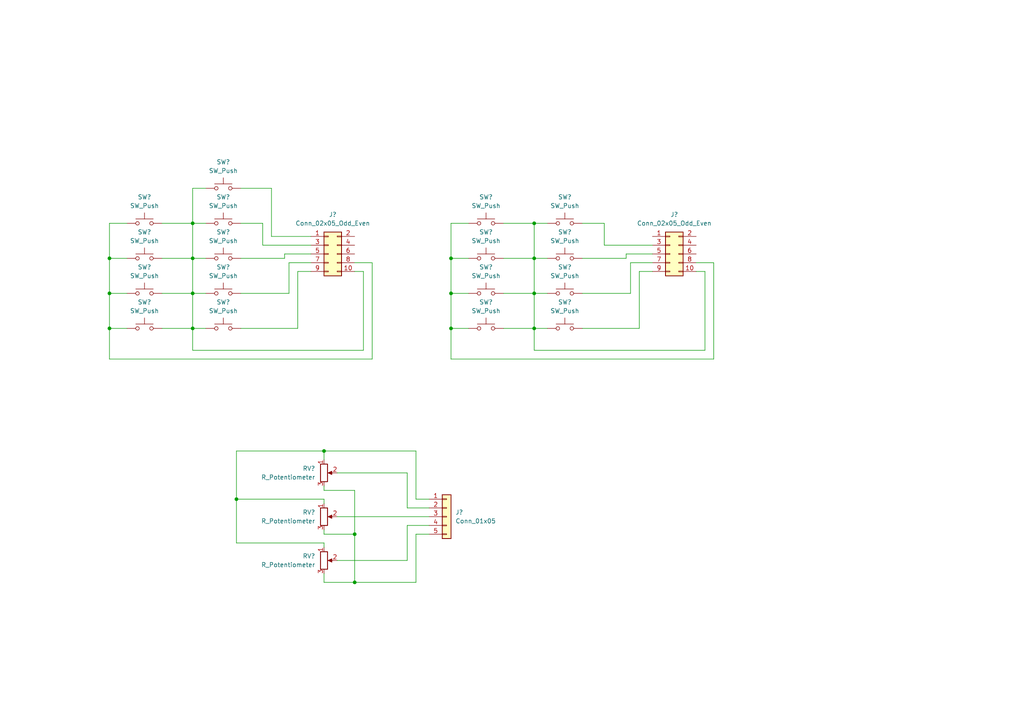
<source format=kicad_sch>
(kicad_sch (version 20211123) (generator eeschema)

  (uuid 7e06670c-19ee-4852-9043-1ef5ff1ec368)

  (paper "A4")

  (lib_symbols
    (symbol "Connector_Generic:Conn_01x05" (pin_names (offset 1.016) hide) (in_bom yes) (on_board yes)
      (property "Reference" "J" (id 0) (at 0 7.62 0)
        (effects (font (size 1.27 1.27)))
      )
      (property "Value" "Conn_01x05" (id 1) (at 0 -7.62 0)
        (effects (font (size 1.27 1.27)))
      )
      (property "Footprint" "" (id 2) (at 0 0 0)
        (effects (font (size 1.27 1.27)) hide)
      )
      (property "Datasheet" "~" (id 3) (at 0 0 0)
        (effects (font (size 1.27 1.27)) hide)
      )
      (property "ki_keywords" "connector" (id 4) (at 0 0 0)
        (effects (font (size 1.27 1.27)) hide)
      )
      (property "ki_description" "Generic connector, single row, 01x05, script generated (kicad-library-utils/schlib/autogen/connector/)" (id 5) (at 0 0 0)
        (effects (font (size 1.27 1.27)) hide)
      )
      (property "ki_fp_filters" "Connector*:*_1x??_*" (id 6) (at 0 0 0)
        (effects (font (size 1.27 1.27)) hide)
      )
      (symbol "Conn_01x05_1_1"
        (rectangle (start -1.27 -4.953) (end 0 -5.207)
          (stroke (width 0.1524) (type default) (color 0 0 0 0))
          (fill (type none))
        )
        (rectangle (start -1.27 -2.413) (end 0 -2.667)
          (stroke (width 0.1524) (type default) (color 0 0 0 0))
          (fill (type none))
        )
        (rectangle (start -1.27 0.127) (end 0 -0.127)
          (stroke (width 0.1524) (type default) (color 0 0 0 0))
          (fill (type none))
        )
        (rectangle (start -1.27 2.667) (end 0 2.413)
          (stroke (width 0.1524) (type default) (color 0 0 0 0))
          (fill (type none))
        )
        (rectangle (start -1.27 5.207) (end 0 4.953)
          (stroke (width 0.1524) (type default) (color 0 0 0 0))
          (fill (type none))
        )
        (rectangle (start -1.27 6.35) (end 1.27 -6.35)
          (stroke (width 0.254) (type default) (color 0 0 0 0))
          (fill (type background))
        )
        (pin passive line (at -5.08 5.08 0) (length 3.81)
          (name "Pin_1" (effects (font (size 1.27 1.27))))
          (number "1" (effects (font (size 1.27 1.27))))
        )
        (pin passive line (at -5.08 2.54 0) (length 3.81)
          (name "Pin_2" (effects (font (size 1.27 1.27))))
          (number "2" (effects (font (size 1.27 1.27))))
        )
        (pin passive line (at -5.08 0 0) (length 3.81)
          (name "Pin_3" (effects (font (size 1.27 1.27))))
          (number "3" (effects (font (size 1.27 1.27))))
        )
        (pin passive line (at -5.08 -2.54 0) (length 3.81)
          (name "Pin_4" (effects (font (size 1.27 1.27))))
          (number "4" (effects (font (size 1.27 1.27))))
        )
        (pin passive line (at -5.08 -5.08 0) (length 3.81)
          (name "Pin_5" (effects (font (size 1.27 1.27))))
          (number "5" (effects (font (size 1.27 1.27))))
        )
      )
    )
    (symbol "Connector_Generic:Conn_02x05_Odd_Even" (pin_names (offset 1.016) hide) (in_bom yes) (on_board yes)
      (property "Reference" "J" (id 0) (at 1.27 7.62 0)
        (effects (font (size 1.27 1.27)))
      )
      (property "Value" "Conn_02x05_Odd_Even" (id 1) (at 1.27 -7.62 0)
        (effects (font (size 1.27 1.27)))
      )
      (property "Footprint" "" (id 2) (at 0 0 0)
        (effects (font (size 1.27 1.27)) hide)
      )
      (property "Datasheet" "~" (id 3) (at 0 0 0)
        (effects (font (size 1.27 1.27)) hide)
      )
      (property "ki_keywords" "connector" (id 4) (at 0 0 0)
        (effects (font (size 1.27 1.27)) hide)
      )
      (property "ki_description" "Generic connector, double row, 02x05, odd/even pin numbering scheme (row 1 odd numbers, row 2 even numbers), script generated (kicad-library-utils/schlib/autogen/connector/)" (id 5) (at 0 0 0)
        (effects (font (size 1.27 1.27)) hide)
      )
      (property "ki_fp_filters" "Connector*:*_2x??_*" (id 6) (at 0 0 0)
        (effects (font (size 1.27 1.27)) hide)
      )
      (symbol "Conn_02x05_Odd_Even_1_1"
        (rectangle (start -1.27 -4.953) (end 0 -5.207)
          (stroke (width 0.1524) (type default) (color 0 0 0 0))
          (fill (type none))
        )
        (rectangle (start -1.27 -2.413) (end 0 -2.667)
          (stroke (width 0.1524) (type default) (color 0 0 0 0))
          (fill (type none))
        )
        (rectangle (start -1.27 0.127) (end 0 -0.127)
          (stroke (width 0.1524) (type default) (color 0 0 0 0))
          (fill (type none))
        )
        (rectangle (start -1.27 2.667) (end 0 2.413)
          (stroke (width 0.1524) (type default) (color 0 0 0 0))
          (fill (type none))
        )
        (rectangle (start -1.27 5.207) (end 0 4.953)
          (stroke (width 0.1524) (type default) (color 0 0 0 0))
          (fill (type none))
        )
        (rectangle (start -1.27 6.35) (end 3.81 -6.35)
          (stroke (width 0.254) (type default) (color 0 0 0 0))
          (fill (type background))
        )
        (rectangle (start 3.81 -4.953) (end 2.54 -5.207)
          (stroke (width 0.1524) (type default) (color 0 0 0 0))
          (fill (type none))
        )
        (rectangle (start 3.81 -2.413) (end 2.54 -2.667)
          (stroke (width 0.1524) (type default) (color 0 0 0 0))
          (fill (type none))
        )
        (rectangle (start 3.81 0.127) (end 2.54 -0.127)
          (stroke (width 0.1524) (type default) (color 0 0 0 0))
          (fill (type none))
        )
        (rectangle (start 3.81 2.667) (end 2.54 2.413)
          (stroke (width 0.1524) (type default) (color 0 0 0 0))
          (fill (type none))
        )
        (rectangle (start 3.81 5.207) (end 2.54 4.953)
          (stroke (width 0.1524) (type default) (color 0 0 0 0))
          (fill (type none))
        )
        (pin passive line (at -5.08 5.08 0) (length 3.81)
          (name "Pin_1" (effects (font (size 1.27 1.27))))
          (number "1" (effects (font (size 1.27 1.27))))
        )
        (pin passive line (at 7.62 -5.08 180) (length 3.81)
          (name "Pin_10" (effects (font (size 1.27 1.27))))
          (number "10" (effects (font (size 1.27 1.27))))
        )
        (pin passive line (at 7.62 5.08 180) (length 3.81)
          (name "Pin_2" (effects (font (size 1.27 1.27))))
          (number "2" (effects (font (size 1.27 1.27))))
        )
        (pin passive line (at -5.08 2.54 0) (length 3.81)
          (name "Pin_3" (effects (font (size 1.27 1.27))))
          (number "3" (effects (font (size 1.27 1.27))))
        )
        (pin passive line (at 7.62 2.54 180) (length 3.81)
          (name "Pin_4" (effects (font (size 1.27 1.27))))
          (number "4" (effects (font (size 1.27 1.27))))
        )
        (pin passive line (at -5.08 0 0) (length 3.81)
          (name "Pin_5" (effects (font (size 1.27 1.27))))
          (number "5" (effects (font (size 1.27 1.27))))
        )
        (pin passive line (at 7.62 0 180) (length 3.81)
          (name "Pin_6" (effects (font (size 1.27 1.27))))
          (number "6" (effects (font (size 1.27 1.27))))
        )
        (pin passive line (at -5.08 -2.54 0) (length 3.81)
          (name "Pin_7" (effects (font (size 1.27 1.27))))
          (number "7" (effects (font (size 1.27 1.27))))
        )
        (pin passive line (at 7.62 -2.54 180) (length 3.81)
          (name "Pin_8" (effects (font (size 1.27 1.27))))
          (number "8" (effects (font (size 1.27 1.27))))
        )
        (pin passive line (at -5.08 -5.08 0) (length 3.81)
          (name "Pin_9" (effects (font (size 1.27 1.27))))
          (number "9" (effects (font (size 1.27 1.27))))
        )
      )
    )
    (symbol "Device:R_Potentiometer" (pin_names (offset 1.016) hide) (in_bom yes) (on_board yes)
      (property "Reference" "RV" (id 0) (at -4.445 0 90)
        (effects (font (size 1.27 1.27)))
      )
      (property "Value" "R_Potentiometer" (id 1) (at -2.54 0 90)
        (effects (font (size 1.27 1.27)))
      )
      (property "Footprint" "" (id 2) (at 0 0 0)
        (effects (font (size 1.27 1.27)) hide)
      )
      (property "Datasheet" "~" (id 3) (at 0 0 0)
        (effects (font (size 1.27 1.27)) hide)
      )
      (property "ki_keywords" "resistor variable" (id 4) (at 0 0 0)
        (effects (font (size 1.27 1.27)) hide)
      )
      (property "ki_description" "Potentiometer" (id 5) (at 0 0 0)
        (effects (font (size 1.27 1.27)) hide)
      )
      (property "ki_fp_filters" "Potentiometer*" (id 6) (at 0 0 0)
        (effects (font (size 1.27 1.27)) hide)
      )
      (symbol "R_Potentiometer_0_1"
        (polyline
          (pts
            (xy 2.54 0)
            (xy 1.524 0)
          )
          (stroke (width 0) (type default) (color 0 0 0 0))
          (fill (type none))
        )
        (polyline
          (pts
            (xy 1.143 0)
            (xy 2.286 0.508)
            (xy 2.286 -0.508)
            (xy 1.143 0)
          )
          (stroke (width 0) (type default) (color 0 0 0 0))
          (fill (type outline))
        )
        (rectangle (start 1.016 2.54) (end -1.016 -2.54)
          (stroke (width 0.254) (type default) (color 0 0 0 0))
          (fill (type none))
        )
      )
      (symbol "R_Potentiometer_1_1"
        (pin passive line (at 0 3.81 270) (length 1.27)
          (name "1" (effects (font (size 1.27 1.27))))
          (number "1" (effects (font (size 1.27 1.27))))
        )
        (pin passive line (at 3.81 0 180) (length 1.27)
          (name "2" (effects (font (size 1.27 1.27))))
          (number "2" (effects (font (size 1.27 1.27))))
        )
        (pin passive line (at 0 -3.81 90) (length 1.27)
          (name "3" (effects (font (size 1.27 1.27))))
          (number "3" (effects (font (size 1.27 1.27))))
        )
      )
    )
    (symbol "Switch:SW_Push" (pin_numbers hide) (pin_names (offset 1.016) hide) (in_bom yes) (on_board yes)
      (property "Reference" "SW" (id 0) (at 1.27 2.54 0)
        (effects (font (size 1.27 1.27)) (justify left))
      )
      (property "Value" "SW_Push" (id 1) (at 0 -1.524 0)
        (effects (font (size 1.27 1.27)))
      )
      (property "Footprint" "" (id 2) (at 0 5.08 0)
        (effects (font (size 1.27 1.27)) hide)
      )
      (property "Datasheet" "~" (id 3) (at 0 5.08 0)
        (effects (font (size 1.27 1.27)) hide)
      )
      (property "ki_keywords" "switch normally-open pushbutton push-button" (id 4) (at 0 0 0)
        (effects (font (size 1.27 1.27)) hide)
      )
      (property "ki_description" "Push button switch, generic, two pins" (id 5) (at 0 0 0)
        (effects (font (size 1.27 1.27)) hide)
      )
      (symbol "SW_Push_0_1"
        (circle (center -2.032 0) (radius 0.508)
          (stroke (width 0) (type default) (color 0 0 0 0))
          (fill (type none))
        )
        (polyline
          (pts
            (xy 0 1.27)
            (xy 0 3.048)
          )
          (stroke (width 0) (type default) (color 0 0 0 0))
          (fill (type none))
        )
        (polyline
          (pts
            (xy 2.54 1.27)
            (xy -2.54 1.27)
          )
          (stroke (width 0) (type default) (color 0 0 0 0))
          (fill (type none))
        )
        (circle (center 2.032 0) (radius 0.508)
          (stroke (width 0) (type default) (color 0 0 0 0))
          (fill (type none))
        )
        (pin passive line (at -5.08 0 0) (length 2.54)
          (name "1" (effects (font (size 1.27 1.27))))
          (number "1" (effects (font (size 1.27 1.27))))
        )
        (pin passive line (at 5.08 0 180) (length 2.54)
          (name "2" (effects (font (size 1.27 1.27))))
          (number "2" (effects (font (size 1.27 1.27))))
        )
      )
    )
  )

  (junction (at 55.88 95.25) (diameter 0) (color 0 0 0 0)
    (uuid 043c099e-9256-43cf-8032-d3ddef20876d)
  )
  (junction (at 154.94 85.09) (diameter 0) (color 0 0 0 0)
    (uuid 10ecce42-690f-40a0-90c2-b01acc1ea857)
  )
  (junction (at 68.58 144.78) (diameter 0) (color 0 0 0 0)
    (uuid 1cc31800-9a3c-4225-b43e-536f3c3b84e6)
  )
  (junction (at 154.94 74.93) (diameter 0) (color 0 0 0 0)
    (uuid 2786d68c-da33-4fa9-adf3-56ddd844809c)
  )
  (junction (at 130.81 85.09) (diameter 0) (color 0 0 0 0)
    (uuid 38b4d6bf-b882-410f-a862-fbd37d28de67)
  )
  (junction (at 31.75 95.25) (diameter 0) (color 0 0 0 0)
    (uuid 3bd3366a-f69d-433e-8a2f-f0012163f8a1)
  )
  (junction (at 154.94 64.77) (diameter 0) (color 0 0 0 0)
    (uuid 3ee0ddf0-a31f-4f52-81af-0765faf488e7)
  )
  (junction (at 55.88 85.09) (diameter 0) (color 0 0 0 0)
    (uuid 5e86d91c-5ede-4908-aedd-4939273f8156)
  )
  (junction (at 55.88 64.77) (diameter 0) (color 0 0 0 0)
    (uuid 6ba49913-5779-4c83-a086-82941159b9c0)
  )
  (junction (at 102.87 154.94) (diameter 0) (color 0 0 0 0)
    (uuid 72c49e64-fcd9-4915-b1d9-c0fb0dec6383)
  )
  (junction (at 31.75 85.09) (diameter 0) (color 0 0 0 0)
    (uuid 8140e726-9000-4af6-9003-54a3195d012f)
  )
  (junction (at 130.81 74.93) (diameter 0) (color 0 0 0 0)
    (uuid 991e99b2-e47b-43af-8319-175ea9c00ab7)
  )
  (junction (at 154.94 95.25) (diameter 0) (color 0 0 0 0)
    (uuid a0d46802-f584-40e1-a589-ba36e9fcba59)
  )
  (junction (at 102.87 168.91) (diameter 0) (color 0 0 0 0)
    (uuid ae20879f-4fa0-4ca3-8ffa-7d7084d789ae)
  )
  (junction (at 55.88 74.93) (diameter 0) (color 0 0 0 0)
    (uuid c349c412-ba44-4fe6-842c-d22b27d66a0e)
  )
  (junction (at 93.98 130.81) (diameter 0) (color 0 0 0 0)
    (uuid d34e5a6b-114a-4c7c-87c5-829d62ca483b)
  )
  (junction (at 31.75 74.93) (diameter 0) (color 0 0 0 0)
    (uuid eaf750a6-8e99-43d0-8069-fb390e5b0b13)
  )
  (junction (at 130.81 95.25) (diameter 0) (color 0 0 0 0)
    (uuid f6fa4077-b23c-48dc-99dc-26c548942df3)
  )

  (wire (pts (xy 182.88 85.09) (xy 168.91 85.09))
    (stroke (width 0) (type default) (color 0 0 0 0))
    (uuid 00440e48-42a7-44f4-aff0-ba3acd37418f)
  )
  (wire (pts (xy 83.82 76.2) (xy 83.82 85.09))
    (stroke (width 0) (type default) (color 0 0 0 0))
    (uuid 014e27b4-da05-4eaf-a0c0-eafe675ae3a0)
  )
  (wire (pts (xy 97.79 137.16) (xy 118.11 137.16))
    (stroke (width 0) (type default) (color 0 0 0 0))
    (uuid 0523314d-81ec-43dc-a3a3-9d0ac9fbbdcb)
  )
  (wire (pts (xy 107.95 76.2) (xy 102.87 76.2))
    (stroke (width 0) (type default) (color 0 0 0 0))
    (uuid 061c3e7a-9fae-48fd-b4cb-a414cc5d6985)
  )
  (wire (pts (xy 135.89 64.77) (xy 130.81 64.77))
    (stroke (width 0) (type default) (color 0 0 0 0))
    (uuid 0f7fd607-7efe-4dec-8e81-aa77ec950117)
  )
  (wire (pts (xy 201.93 78.74) (xy 204.47 78.74))
    (stroke (width 0) (type default) (color 0 0 0 0))
    (uuid 0f9bc0cc-f08d-4166-895d-9ebab3d78b76)
  )
  (wire (pts (xy 31.75 74.93) (xy 36.83 74.93))
    (stroke (width 0) (type default) (color 0 0 0 0))
    (uuid 148d1a46-d6e0-4f5e-b995-44c29980dd4f)
  )
  (wire (pts (xy 154.94 85.09) (xy 154.94 74.93))
    (stroke (width 0) (type default) (color 0 0 0 0))
    (uuid 14fd3b82-190b-455e-93f2-5566c66efa65)
  )
  (wire (pts (xy 90.17 76.2) (xy 83.82 76.2))
    (stroke (width 0) (type default) (color 0 0 0 0))
    (uuid 16b99349-4bff-41cf-8a82-89b3ff4d1f3f)
  )
  (wire (pts (xy 55.88 101.6) (xy 55.88 95.25))
    (stroke (width 0) (type default) (color 0 0 0 0))
    (uuid 1d5d85ff-021e-4854-8b65-df7c1afc1d01)
  )
  (wire (pts (xy 154.94 74.93) (xy 154.94 64.77))
    (stroke (width 0) (type default) (color 0 0 0 0))
    (uuid 1dec78b3-6b9f-4018-9208-357678f4492c)
  )
  (wire (pts (xy 46.99 85.09) (xy 55.88 85.09))
    (stroke (width 0) (type default) (color 0 0 0 0))
    (uuid 1f9442f6-ecd8-4158-b753-a0bb42f4dc76)
  )
  (wire (pts (xy 185.42 95.25) (xy 185.42 78.74))
    (stroke (width 0) (type default) (color 0 0 0 0))
    (uuid 1ffd3be9-613e-4660-a80a-701a2ebf4941)
  )
  (wire (pts (xy 86.36 78.74) (xy 90.17 78.74))
    (stroke (width 0) (type default) (color 0 0 0 0))
    (uuid 2059cd8e-29ef-4459-9906-cdce1c424e97)
  )
  (wire (pts (xy 154.94 74.93) (xy 158.75 74.93))
    (stroke (width 0) (type default) (color 0 0 0 0))
    (uuid 206ae58f-2f43-4b3e-80d8-afcea3ba75cb)
  )
  (wire (pts (xy 118.11 152.4) (xy 118.11 162.56))
    (stroke (width 0) (type default) (color 0 0 0 0))
    (uuid 232e0ebf-a5ed-490a-9baa-87ebc3cc1185)
  )
  (wire (pts (xy 93.98 154.94) (xy 93.98 153.67))
    (stroke (width 0) (type default) (color 0 0 0 0))
    (uuid 23b2c759-c3d9-4265-a911-9c5c4dd4a0cf)
  )
  (wire (pts (xy 31.75 74.93) (xy 31.75 85.09))
    (stroke (width 0) (type default) (color 0 0 0 0))
    (uuid 2fb07b96-9dc0-45c2-bc4f-3cf7693f1f6e)
  )
  (wire (pts (xy 130.81 104.14) (xy 207.01 104.14))
    (stroke (width 0) (type default) (color 0 0 0 0))
    (uuid 30276415-633a-46a6-b419-b36d375d0da5)
  )
  (wire (pts (xy 76.2 71.12) (xy 76.2 64.77))
    (stroke (width 0) (type default) (color 0 0 0 0))
    (uuid 35cf7fa4-7eff-4f3c-8d92-5a2d5ff9bede)
  )
  (wire (pts (xy 46.99 64.77) (xy 55.88 64.77))
    (stroke (width 0) (type default) (color 0 0 0 0))
    (uuid 3723edda-beda-4393-abb3-56d425336383)
  )
  (wire (pts (xy 181.61 73.66) (xy 189.23 73.66))
    (stroke (width 0) (type default) (color 0 0 0 0))
    (uuid 375caf15-8c3b-456f-a86b-13b18b1c25c4)
  )
  (wire (pts (xy 102.87 78.74) (xy 105.41 78.74))
    (stroke (width 0) (type default) (color 0 0 0 0))
    (uuid 38cab7ab-e73d-47b1-b2a0-eefd8b47450f)
  )
  (wire (pts (xy 83.82 85.09) (xy 69.85 85.09))
    (stroke (width 0) (type default) (color 0 0 0 0))
    (uuid 38dd9598-30dd-4a6b-b97e-b8c55fe1c4fa)
  )
  (wire (pts (xy 55.88 54.61) (xy 59.69 54.61))
    (stroke (width 0) (type default) (color 0 0 0 0))
    (uuid 3b8d1158-b5b3-46a5-b57f-6a9341a32349)
  )
  (wire (pts (xy 69.85 95.25) (xy 86.36 95.25))
    (stroke (width 0) (type default) (color 0 0 0 0))
    (uuid 3fc37279-0d1e-4217-bdfc-17d0ac7d8d32)
  )
  (wire (pts (xy 154.94 85.09) (xy 158.75 85.09))
    (stroke (width 0) (type default) (color 0 0 0 0))
    (uuid 4649d50c-a581-43cd-9034-739e42fa24e4)
  )
  (wire (pts (xy 175.26 71.12) (xy 175.26 64.77))
    (stroke (width 0) (type default) (color 0 0 0 0))
    (uuid 470648ee-bc32-4e47-a316-eef852132eb6)
  )
  (wire (pts (xy 68.58 144.78) (xy 68.58 157.48))
    (stroke (width 0) (type default) (color 0 0 0 0))
    (uuid 479b520c-4025-4453-bf33-e3e113ee8c2a)
  )
  (wire (pts (xy 105.41 101.6) (xy 55.88 101.6))
    (stroke (width 0) (type default) (color 0 0 0 0))
    (uuid 488516f4-234b-4a3e-81a4-df5adcd381c5)
  )
  (wire (pts (xy 105.41 78.74) (xy 105.41 101.6))
    (stroke (width 0) (type default) (color 0 0 0 0))
    (uuid 4cb71e1d-e289-442b-8018-b796623769c2)
  )
  (wire (pts (xy 120.65 154.94) (xy 120.65 168.91))
    (stroke (width 0) (type default) (color 0 0 0 0))
    (uuid 4dc6fb2e-1c2b-49b5-82d3-e0834390b5a0)
  )
  (wire (pts (xy 120.65 168.91) (xy 102.87 168.91))
    (stroke (width 0) (type default) (color 0 0 0 0))
    (uuid 4df03969-d0ea-4c89-82e3-df4ecf16beaf)
  )
  (wire (pts (xy 78.74 54.61) (xy 78.74 68.58))
    (stroke (width 0) (type default) (color 0 0 0 0))
    (uuid 4e2f2b77-9419-41b3-a01f-6985f2056e14)
  )
  (wire (pts (xy 55.88 95.25) (xy 59.69 95.25))
    (stroke (width 0) (type default) (color 0 0 0 0))
    (uuid 528ce2c4-6018-41be-a338-ec5ae7895e99)
  )
  (wire (pts (xy 31.75 104.14) (xy 107.95 104.14))
    (stroke (width 0) (type default) (color 0 0 0 0))
    (uuid 5697c61d-b19e-406f-92fd-0f4745247939)
  )
  (wire (pts (xy 68.58 130.81) (xy 68.58 144.78))
    (stroke (width 0) (type default) (color 0 0 0 0))
    (uuid 58097393-ebf8-4495-a4a7-c626e8bb233f)
  )
  (wire (pts (xy 207.01 76.2) (xy 201.93 76.2))
    (stroke (width 0) (type default) (color 0 0 0 0))
    (uuid 594ad408-63c3-40f5-8c98-d3b96e7a6d1f)
  )
  (wire (pts (xy 76.2 64.77) (xy 69.85 64.77))
    (stroke (width 0) (type default) (color 0 0 0 0))
    (uuid 59bae942-8609-43be-bfd3-5f79692ff76d)
  )
  (wire (pts (xy 55.88 85.09) (xy 55.88 74.93))
    (stroke (width 0) (type default) (color 0 0 0 0))
    (uuid 5ad34ca7-5e14-4c06-8817-e8bf63bfb1d4)
  )
  (wire (pts (xy 120.65 144.78) (xy 120.65 130.81))
    (stroke (width 0) (type default) (color 0 0 0 0))
    (uuid 5adb7cc9-0aa5-42f3-b957-d377b94af1a7)
  )
  (wire (pts (xy 146.05 74.93) (xy 154.94 74.93))
    (stroke (width 0) (type default) (color 0 0 0 0))
    (uuid 5c0852d1-3ac7-4410-9c94-1f74444c9265)
  )
  (wire (pts (xy 130.81 74.93) (xy 130.81 85.09))
    (stroke (width 0) (type default) (color 0 0 0 0))
    (uuid 5cd33289-6c74-4174-a6eb-667cfcec93b9)
  )
  (wire (pts (xy 107.95 104.14) (xy 107.95 76.2))
    (stroke (width 0) (type default) (color 0 0 0 0))
    (uuid 5e0800a9-0d3d-4937-ad30-47cbb79cc1b6)
  )
  (wire (pts (xy 154.94 95.25) (xy 154.94 85.09))
    (stroke (width 0) (type default) (color 0 0 0 0))
    (uuid 6091ec28-0366-4276-8362-d03c91c1fa85)
  )
  (wire (pts (xy 154.94 101.6) (xy 154.94 95.25))
    (stroke (width 0) (type default) (color 0 0 0 0))
    (uuid 611df4e2-79a1-422a-9d53-c476f085459f)
  )
  (wire (pts (xy 31.75 85.09) (xy 36.83 85.09))
    (stroke (width 0) (type default) (color 0 0 0 0))
    (uuid 6153011c-192b-4585-b2e9-fd62b5bb2c19)
  )
  (wire (pts (xy 130.81 85.09) (xy 135.89 85.09))
    (stroke (width 0) (type default) (color 0 0 0 0))
    (uuid 6551fd1f-32ea-43c8-9270-1533e7b74872)
  )
  (wire (pts (xy 93.98 157.48) (xy 93.98 158.75))
    (stroke (width 0) (type default) (color 0 0 0 0))
    (uuid 68b8917c-4bc6-49ac-98e8-4ada6f4cf902)
  )
  (wire (pts (xy 93.98 130.81) (xy 68.58 130.81))
    (stroke (width 0) (type default) (color 0 0 0 0))
    (uuid 6dd27c0b-7472-4818-a9a2-435aea1baf29)
  )
  (wire (pts (xy 168.91 74.93) (xy 181.61 74.93))
    (stroke (width 0) (type default) (color 0 0 0 0))
    (uuid 6e86858d-2e87-4659-85b9-4e685f9a0266)
  )
  (wire (pts (xy 97.79 149.86) (xy 124.46 149.86))
    (stroke (width 0) (type default) (color 0 0 0 0))
    (uuid 7133b32c-88d1-4587-bbeb-c58efd2ac38a)
  )
  (wire (pts (xy 124.46 154.94) (xy 120.65 154.94))
    (stroke (width 0) (type default) (color 0 0 0 0))
    (uuid 72cab5a2-7198-4ccc-9390-517ba1332da8)
  )
  (wire (pts (xy 182.88 76.2) (xy 182.88 85.09))
    (stroke (width 0) (type default) (color 0 0 0 0))
    (uuid 74170f79-2374-4b69-890f-5dfe0bf5126d)
  )
  (wire (pts (xy 102.87 168.91) (xy 102.87 154.94))
    (stroke (width 0) (type default) (color 0 0 0 0))
    (uuid 78350e00-1c5a-4c33-8bdf-fdea42878b80)
  )
  (wire (pts (xy 68.58 157.48) (xy 93.98 157.48))
    (stroke (width 0) (type default) (color 0 0 0 0))
    (uuid 7908a370-b07a-4f77-a17b-f9217736b090)
  )
  (wire (pts (xy 102.87 142.24) (xy 93.98 142.24))
    (stroke (width 0) (type default) (color 0 0 0 0))
    (uuid 8254edcb-b244-4e59-9185-a205c375c56b)
  )
  (wire (pts (xy 120.65 130.81) (xy 93.98 130.81))
    (stroke (width 0) (type default) (color 0 0 0 0))
    (uuid 8375face-960b-43cd-9494-4ad5e1c8e4ce)
  )
  (wire (pts (xy 118.11 162.56) (xy 97.79 162.56))
    (stroke (width 0) (type default) (color 0 0 0 0))
    (uuid 848aeaf6-b88d-41db-a65e-c967b40daf93)
  )
  (wire (pts (xy 189.23 76.2) (xy 182.88 76.2))
    (stroke (width 0) (type default) (color 0 0 0 0))
    (uuid 84f0633d-2fe4-4ba5-85e1-b94d81c0838d)
  )
  (wire (pts (xy 189.23 71.12) (xy 175.26 71.12))
    (stroke (width 0) (type default) (color 0 0 0 0))
    (uuid 85539150-c12f-4958-a856-68ae0d17798c)
  )
  (wire (pts (xy 185.42 78.74) (xy 189.23 78.74))
    (stroke (width 0) (type default) (color 0 0 0 0))
    (uuid 856b5392-3e50-4754-b198-dcc799d85e25)
  )
  (wire (pts (xy 146.05 64.77) (xy 154.94 64.77))
    (stroke (width 0) (type default) (color 0 0 0 0))
    (uuid 85859102-52ab-48d5-a5ea-25df4e591684)
  )
  (wire (pts (xy 86.36 95.25) (xy 86.36 78.74))
    (stroke (width 0) (type default) (color 0 0 0 0))
    (uuid 89f7463f-78b1-4973-86cc-6c326e01ae03)
  )
  (wire (pts (xy 46.99 95.25) (xy 55.88 95.25))
    (stroke (width 0) (type default) (color 0 0 0 0))
    (uuid 8c1d2577-eb64-4a10-8927-b2fcb73efe99)
  )
  (wire (pts (xy 55.88 95.25) (xy 55.88 85.09))
    (stroke (width 0) (type default) (color 0 0 0 0))
    (uuid 8cbdb6a0-0f35-471f-93e6-614bbdecbbe9)
  )
  (wire (pts (xy 31.75 85.09) (xy 31.75 95.25))
    (stroke (width 0) (type default) (color 0 0 0 0))
    (uuid 8e78a299-59ae-498b-a45f-ae953a36199b)
  )
  (wire (pts (xy 78.74 68.58) (xy 90.17 68.58))
    (stroke (width 0) (type default) (color 0 0 0 0))
    (uuid 999c67bc-dbd0-4176-b38f-dd621581f6df)
  )
  (wire (pts (xy 69.85 74.93) (xy 82.55 74.93))
    (stroke (width 0) (type default) (color 0 0 0 0))
    (uuid 9d482690-c9ac-45d2-9548-de6667c492ff)
  )
  (wire (pts (xy 204.47 101.6) (xy 154.94 101.6))
    (stroke (width 0) (type default) (color 0 0 0 0))
    (uuid a2b4ea6b-d408-4e02-baf6-3ed7bdfcd02e)
  )
  (wire (pts (xy 130.81 74.93) (xy 135.89 74.93))
    (stroke (width 0) (type default) (color 0 0 0 0))
    (uuid a3567b58-615c-4e02-99b1-8e1d274c00a2)
  )
  (wire (pts (xy 55.88 85.09) (xy 59.69 85.09))
    (stroke (width 0) (type default) (color 0 0 0 0))
    (uuid a6b131f6-35d4-47bd-8359-d443040d48fc)
  )
  (wire (pts (xy 130.81 64.77) (xy 130.81 74.93))
    (stroke (width 0) (type default) (color 0 0 0 0))
    (uuid a8e49dcc-042d-4391-957f-51006095fa2c)
  )
  (wire (pts (xy 154.94 95.25) (xy 158.75 95.25))
    (stroke (width 0) (type default) (color 0 0 0 0))
    (uuid ad357ef8-b0eb-4ac6-ad2c-80d46e146402)
  )
  (wire (pts (xy 31.75 95.25) (xy 36.83 95.25))
    (stroke (width 0) (type default) (color 0 0 0 0))
    (uuid adf22e94-885b-4832-8645-34deba7ab3d8)
  )
  (wire (pts (xy 207.01 104.14) (xy 207.01 76.2))
    (stroke (width 0) (type default) (color 0 0 0 0))
    (uuid b0c26a33-9645-42fe-9ea1-0b919a52ef9b)
  )
  (wire (pts (xy 146.05 85.09) (xy 154.94 85.09))
    (stroke (width 0) (type default) (color 0 0 0 0))
    (uuid b0e582f2-6504-4664-ba92-961da15572fb)
  )
  (wire (pts (xy 90.17 71.12) (xy 76.2 71.12))
    (stroke (width 0) (type default) (color 0 0 0 0))
    (uuid b4e4e114-56f4-49e7-aca4-fbd4600b8b2e)
  )
  (wire (pts (xy 102.87 168.91) (xy 93.98 168.91))
    (stroke (width 0) (type default) (color 0 0 0 0))
    (uuid b50c4ea9-cde1-4a07-879a-b0aa0eb6780a)
  )
  (wire (pts (xy 118.11 137.16) (xy 118.11 147.32))
    (stroke (width 0) (type default) (color 0 0 0 0))
    (uuid b65582d6-5c6c-4d99-8b44-f772171c80f1)
  )
  (wire (pts (xy 93.98 130.81) (xy 93.98 133.35))
    (stroke (width 0) (type default) (color 0 0 0 0))
    (uuid b6ac691d-6364-468d-9a18-590d058486b5)
  )
  (wire (pts (xy 130.81 95.25) (xy 130.81 104.14))
    (stroke (width 0) (type default) (color 0 0 0 0))
    (uuid b8bc6d6d-701c-43c9-a64a-9c82b557318f)
  )
  (wire (pts (xy 55.88 64.77) (xy 55.88 54.61))
    (stroke (width 0) (type default) (color 0 0 0 0))
    (uuid b8d52900-2411-4014-82e6-273acca4bfc7)
  )
  (wire (pts (xy 154.94 64.77) (xy 158.75 64.77))
    (stroke (width 0) (type default) (color 0 0 0 0))
    (uuid bcbb2dfe-35b7-4700-8aa3-3d639b1bfbf8)
  )
  (wire (pts (xy 204.47 78.74) (xy 204.47 101.6))
    (stroke (width 0) (type default) (color 0 0 0 0))
    (uuid becbcdd6-6332-4b5b-b964-77e9bf3bec33)
  )
  (wire (pts (xy 31.75 95.25) (xy 31.75 104.14))
    (stroke (width 0) (type default) (color 0 0 0 0))
    (uuid bfaea837-cd96-4637-995f-8045a23dd53a)
  )
  (wire (pts (xy 124.46 144.78) (xy 120.65 144.78))
    (stroke (width 0) (type default) (color 0 0 0 0))
    (uuid bfc70ee5-9233-4172-b933-69a27e2915b5)
  )
  (wire (pts (xy 55.88 74.93) (xy 59.69 74.93))
    (stroke (width 0) (type default) (color 0 0 0 0))
    (uuid c094d555-e976-4b1d-86cd-2d748b6a65bd)
  )
  (wire (pts (xy 130.81 85.09) (xy 130.81 95.25))
    (stroke (width 0) (type default) (color 0 0 0 0))
    (uuid c51b133e-289c-48eb-bc0d-13e1458e7395)
  )
  (wire (pts (xy 146.05 95.25) (xy 154.94 95.25))
    (stroke (width 0) (type default) (color 0 0 0 0))
    (uuid c5d28002-e2e8-49bc-a22b-5956751336d8)
  )
  (wire (pts (xy 181.61 74.93) (xy 181.61 73.66))
    (stroke (width 0) (type default) (color 0 0 0 0))
    (uuid c6273440-530c-42b6-bae6-5ab727f9419a)
  )
  (wire (pts (xy 102.87 154.94) (xy 102.87 142.24))
    (stroke (width 0) (type default) (color 0 0 0 0))
    (uuid c6eca839-ca96-4863-af19-521b63de5dfb)
  )
  (wire (pts (xy 68.58 144.78) (xy 93.98 144.78))
    (stroke (width 0) (type default) (color 0 0 0 0))
    (uuid cd875f02-9e3a-4707-929f-06e1f43bffd5)
  )
  (wire (pts (xy 93.98 142.24) (xy 93.98 140.97))
    (stroke (width 0) (type default) (color 0 0 0 0))
    (uuid d55c67ff-5a67-436d-8e44-2bdb37a440e2)
  )
  (wire (pts (xy 175.26 64.77) (xy 168.91 64.77))
    (stroke (width 0) (type default) (color 0 0 0 0))
    (uuid d6e5584a-a0aa-4bf4-aa04-18bb9b3a973e)
  )
  (wire (pts (xy 124.46 152.4) (xy 118.11 152.4))
    (stroke (width 0) (type default) (color 0 0 0 0))
    (uuid d921297e-53a4-48c8-bf60-c3d742bac738)
  )
  (wire (pts (xy 55.88 74.93) (xy 55.88 64.77))
    (stroke (width 0) (type default) (color 0 0 0 0))
    (uuid da2a0b6d-fc05-4c00-b2fc-3b479a3ed884)
  )
  (wire (pts (xy 36.83 64.77) (xy 31.75 64.77))
    (stroke (width 0) (type default) (color 0 0 0 0))
    (uuid dcc5cb44-8567-43dc-9598-3811b055ad51)
  )
  (wire (pts (xy 118.11 147.32) (xy 124.46 147.32))
    (stroke (width 0) (type default) (color 0 0 0 0))
    (uuid ddaf4668-32fd-49ec-8d62-459abc4f84b0)
  )
  (wire (pts (xy 82.55 74.93) (xy 82.55 73.66))
    (stroke (width 0) (type default) (color 0 0 0 0))
    (uuid dded1d9b-35d2-404c-ba6e-aac1efb77dcd)
  )
  (wire (pts (xy 69.85 54.61) (xy 78.74 54.61))
    (stroke (width 0) (type default) (color 0 0 0 0))
    (uuid dea3549a-09d5-4c4a-b16b-69ed2c83e4de)
  )
  (wire (pts (xy 55.88 64.77) (xy 59.69 64.77))
    (stroke (width 0) (type default) (color 0 0 0 0))
    (uuid e5cc24a4-c4ba-4606-90ea-b7e3991521b7)
  )
  (wire (pts (xy 31.75 64.77) (xy 31.75 74.93))
    (stroke (width 0) (type default) (color 0 0 0 0))
    (uuid e6cbddcc-9ab2-4fa2-895f-720ebe8bb4ba)
  )
  (wire (pts (xy 102.87 154.94) (xy 93.98 154.94))
    (stroke (width 0) (type default) (color 0 0 0 0))
    (uuid e7381677-73d2-44bb-acc0-2347e4e66198)
  )
  (wire (pts (xy 82.55 73.66) (xy 90.17 73.66))
    (stroke (width 0) (type default) (color 0 0 0 0))
    (uuid eb7d9c28-82e6-4086-b51c-605db90c706c)
  )
  (wire (pts (xy 93.98 144.78) (xy 93.98 146.05))
    (stroke (width 0) (type default) (color 0 0 0 0))
    (uuid ed18c28c-a68e-4c2b-a096-a6ce04e71eba)
  )
  (wire (pts (xy 46.99 74.93) (xy 55.88 74.93))
    (stroke (width 0) (type default) (color 0 0 0 0))
    (uuid f6344d53-dfc9-44cd-8180-79d82be1611d)
  )
  (wire (pts (xy 130.81 95.25) (xy 135.89 95.25))
    (stroke (width 0) (type default) (color 0 0 0 0))
    (uuid f9f4b3cd-f86f-4504-9dc4-a2cce3edd745)
  )
  (wire (pts (xy 168.91 95.25) (xy 185.42 95.25))
    (stroke (width 0) (type default) (color 0 0 0 0))
    (uuid fc2b7123-2c19-4af7-aa7c-cdbf1bea5644)
  )
  (wire (pts (xy 93.98 168.91) (xy 93.98 166.37))
    (stroke (width 0) (type default) (color 0 0 0 0))
    (uuid fcac2b5a-850a-4836-9f03-fa4218516db1)
  )

  (symbol (lib_id "Connector_Generic:Conn_01x05") (at 129.54 149.86 0) (unit 1)
    (in_bom yes) (on_board yes) (fields_autoplaced)
    (uuid 013ddb12-11ad-42dd-961e-e451a0ddec44)
    (property "Reference" "J?" (id 0) (at 132.08 148.5899 0)
      (effects (font (size 1.27 1.27)) (justify left))
    )
    (property "Value" "Conn_01x05" (id 1) (at 132.08 151.1299 0)
      (effects (font (size 1.27 1.27)) (justify left))
    )
    (property "Footprint" "" (id 2) (at 129.54 149.86 0)
      (effects (font (size 1.27 1.27)) hide)
    )
    (property "Datasheet" "~" (id 3) (at 129.54 149.86 0)
      (effects (font (size 1.27 1.27)) hide)
    )
    (pin "1" (uuid b21d4606-f28b-4ecf-99a6-29f250991c7e))
    (pin "2" (uuid 0599b46b-423c-4ec2-a5f0-9f4a28084fe9))
    (pin "3" (uuid 6cb9b947-cc6b-48b5-898f-57ea426d2eaf))
    (pin "4" (uuid 56508b30-8612-472d-899b-a2d4a665b2ca))
    (pin "5" (uuid 193659cd-7bca-4aa4-a2c7-8306970524ab))
  )

  (symbol (lib_id "Switch:SW_Push") (at 64.77 85.09 0) (unit 1)
    (in_bom yes) (on_board yes) (fields_autoplaced)
    (uuid 02246082-74e6-41dc-b837-db38e73a151c)
    (property "Reference" "SW?" (id 0) (at 64.77 77.47 0))
    (property "Value" "SW_Push" (id 1) (at 64.77 80.01 0))
    (property "Footprint" "" (id 2) (at 64.77 80.01 0)
      (effects (font (size 1.27 1.27)) hide)
    )
    (property "Datasheet" "~" (id 3) (at 64.77 80.01 0)
      (effects (font (size 1.27 1.27)) hide)
    )
    (pin "1" (uuid da13ca92-88f3-44b7-a2e1-959163a56cf6))
    (pin "2" (uuid 3da3aa07-8967-4826-8c32-ca6884b579e6))
  )

  (symbol (lib_id "Switch:SW_Push") (at 64.77 95.25 0) (unit 1)
    (in_bom yes) (on_board yes) (fields_autoplaced)
    (uuid 145693d0-c7ad-4b40-8f56-089b8dd33013)
    (property "Reference" "SW?" (id 0) (at 64.77 87.63 0))
    (property "Value" "SW_Push" (id 1) (at 64.77 90.17 0))
    (property "Footprint" "" (id 2) (at 64.77 90.17 0)
      (effects (font (size 1.27 1.27)) hide)
    )
    (property "Datasheet" "~" (id 3) (at 64.77 90.17 0)
      (effects (font (size 1.27 1.27)) hide)
    )
    (pin "1" (uuid e7935dcb-7a46-4224-b4b7-b48aea7458e3))
    (pin "2" (uuid 412bccac-36e0-4ac0-9fff-b5d07a3c6867))
  )

  (symbol (lib_id "Switch:SW_Push") (at 163.83 64.77 0) (unit 1)
    (in_bom yes) (on_board yes) (fields_autoplaced)
    (uuid 151a3de5-ab65-4879-a782-a857a38e9e9d)
    (property "Reference" "SW?" (id 0) (at 163.83 57.15 0))
    (property "Value" "SW_Push" (id 1) (at 163.83 59.69 0))
    (property "Footprint" "" (id 2) (at 163.83 59.69 0)
      (effects (font (size 1.27 1.27)) hide)
    )
    (property "Datasheet" "~" (id 3) (at 163.83 59.69 0)
      (effects (font (size 1.27 1.27)) hide)
    )
    (pin "1" (uuid 102beb02-291f-4e8f-9b6d-b0b8702c2586))
    (pin "2" (uuid fe1aa02f-5b0a-474b-9163-82af66924e2d))
  )

  (symbol (lib_id "Switch:SW_Push") (at 163.83 95.25 0) (unit 1)
    (in_bom yes) (on_board yes) (fields_autoplaced)
    (uuid 2dc9269b-a72a-4779-8682-0d1ee99c9a96)
    (property "Reference" "SW?" (id 0) (at 163.83 87.63 0))
    (property "Value" "SW_Push" (id 1) (at 163.83 90.17 0))
    (property "Footprint" "" (id 2) (at 163.83 90.17 0)
      (effects (font (size 1.27 1.27)) hide)
    )
    (property "Datasheet" "~" (id 3) (at 163.83 90.17 0)
      (effects (font (size 1.27 1.27)) hide)
    )
    (pin "1" (uuid 75da2fbb-0d32-4727-b8f9-91dc49ecb684))
    (pin "2" (uuid 9324e217-a7f8-4a89-b745-d78b349d9c35))
  )

  (symbol (lib_id "Device:R_Potentiometer") (at 93.98 149.86 0) (unit 1)
    (in_bom yes) (on_board yes) (fields_autoplaced)
    (uuid 31bcb6f9-89ee-4aae-8ffe-ddc6900c2917)
    (property "Reference" "RV?" (id 0) (at 91.44 148.5899 0)
      (effects (font (size 1.27 1.27)) (justify right))
    )
    (property "Value" "R_Potentiometer" (id 1) (at 91.44 151.1299 0)
      (effects (font (size 1.27 1.27)) (justify right))
    )
    (property "Footprint" "" (id 2) (at 93.98 149.86 0)
      (effects (font (size 1.27 1.27)) hide)
    )
    (property "Datasheet" "~" (id 3) (at 93.98 149.86 0)
      (effects (font (size 1.27 1.27)) hide)
    )
    (pin "1" (uuid b4b9bd28-686c-4eaf-969c-1f7302a672ac))
    (pin "2" (uuid 2c5e48c8-9b47-4aad-b225-70b18fe6b69f))
    (pin "3" (uuid a83e22d4-40a9-407b-a29a-46e237fd8c0e))
  )

  (symbol (lib_id "Device:R_Potentiometer") (at 93.98 137.16 0) (unit 1)
    (in_bom yes) (on_board yes) (fields_autoplaced)
    (uuid 3f15423e-3712-49ae-a4f9-fd442c0a2e66)
    (property "Reference" "RV?" (id 0) (at 91.44 135.8899 0)
      (effects (font (size 1.27 1.27)) (justify right))
    )
    (property "Value" "R_Potentiometer" (id 1) (at 91.44 138.4299 0)
      (effects (font (size 1.27 1.27)) (justify right))
    )
    (property "Footprint" "" (id 2) (at 93.98 137.16 0)
      (effects (font (size 1.27 1.27)) hide)
    )
    (property "Datasheet" "~" (id 3) (at 93.98 137.16 0)
      (effects (font (size 1.27 1.27)) hide)
    )
    (pin "1" (uuid de6acffb-462d-4df2-ba1a-b03f668a520e))
    (pin "2" (uuid 6c82af70-2045-4790-b4eb-f1f765062a18))
    (pin "3" (uuid b261e458-d8bb-4e1a-8e19-3ab480d5a5c5))
  )

  (symbol (lib_id "Switch:SW_Push") (at 163.83 85.09 0) (unit 1)
    (in_bom yes) (on_board yes) (fields_autoplaced)
    (uuid 5b6551af-315a-40b4-b9e9-ea46d5537232)
    (property "Reference" "SW?" (id 0) (at 163.83 77.47 0))
    (property "Value" "SW_Push" (id 1) (at 163.83 80.01 0))
    (property "Footprint" "" (id 2) (at 163.83 80.01 0)
      (effects (font (size 1.27 1.27)) hide)
    )
    (property "Datasheet" "~" (id 3) (at 163.83 80.01 0)
      (effects (font (size 1.27 1.27)) hide)
    )
    (pin "1" (uuid 930220fc-84ec-475e-b39e-59a379605941))
    (pin "2" (uuid 07ef6245-3489-49dc-974e-4711f1a6f783))
  )

  (symbol (lib_id "Switch:SW_Push") (at 64.77 74.93 0) (unit 1)
    (in_bom yes) (on_board yes) (fields_autoplaced)
    (uuid 5fa8e642-a54d-44b5-8f78-412aad92e25f)
    (property "Reference" "SW?" (id 0) (at 64.77 67.31 0))
    (property "Value" "SW_Push" (id 1) (at 64.77 69.85 0))
    (property "Footprint" "" (id 2) (at 64.77 69.85 0)
      (effects (font (size 1.27 1.27)) hide)
    )
    (property "Datasheet" "~" (id 3) (at 64.77 69.85 0)
      (effects (font (size 1.27 1.27)) hide)
    )
    (pin "1" (uuid 8d9b0625-1e66-41f1-9a4d-08792bba3917))
    (pin "2" (uuid a18b24a0-b90f-4f4b-a090-875745695d6e))
  )

  (symbol (lib_id "Switch:SW_Push") (at 64.77 54.61 0) (unit 1)
    (in_bom yes) (on_board yes) (fields_autoplaced)
    (uuid 6a8da3e0-07cb-48e4-83d8-f6cbefda24c5)
    (property "Reference" "SW?" (id 0) (at 64.77 46.99 0))
    (property "Value" "SW_Push" (id 1) (at 64.77 49.53 0))
    (property "Footprint" "" (id 2) (at 64.77 49.53 0)
      (effects (font (size 1.27 1.27)) hide)
    )
    (property "Datasheet" "~" (id 3) (at 64.77 49.53 0)
      (effects (font (size 1.27 1.27)) hide)
    )
    (pin "1" (uuid 1a140b7f-ed56-45e9-b846-8f6c979ae1f4))
    (pin "2" (uuid f443c03a-97b4-4893-af24-d673fef4adc8))
  )

  (symbol (lib_id "Switch:SW_Push") (at 140.97 74.93 0) (unit 1)
    (in_bom yes) (on_board yes) (fields_autoplaced)
    (uuid 6acdbee5-0f6a-47ed-b327-44a7a4168b84)
    (property "Reference" "SW?" (id 0) (at 140.97 67.31 0))
    (property "Value" "SW_Push" (id 1) (at 140.97 69.85 0))
    (property "Footprint" "" (id 2) (at 140.97 69.85 0)
      (effects (font (size 1.27 1.27)) hide)
    )
    (property "Datasheet" "~" (id 3) (at 140.97 69.85 0)
      (effects (font (size 1.27 1.27)) hide)
    )
    (pin "1" (uuid 7bd1d527-2c57-44fa-b706-c2806d6e5ae8))
    (pin "2" (uuid 6019abf1-1b00-4a6d-861a-05d1a4738c39))
  )

  (symbol (lib_id "Switch:SW_Push") (at 41.91 95.25 0) (unit 1)
    (in_bom yes) (on_board yes) (fields_autoplaced)
    (uuid 6c636f4c-8ec6-4ee0-8c58-87e8f3b6cb49)
    (property "Reference" "SW?" (id 0) (at 41.91 87.63 0))
    (property "Value" "SW_Push" (id 1) (at 41.91 90.17 0))
    (property "Footprint" "" (id 2) (at 41.91 90.17 0)
      (effects (font (size 1.27 1.27)) hide)
    )
    (property "Datasheet" "~" (id 3) (at 41.91 90.17 0)
      (effects (font (size 1.27 1.27)) hide)
    )
    (pin "1" (uuid f8d6696f-a46b-41a0-a9b3-cb3bb79a78c0))
    (pin "2" (uuid 502fc699-c02e-47b3-a925-df7ae3a1b19a))
  )

  (symbol (lib_id "Switch:SW_Push") (at 163.83 74.93 0) (unit 1)
    (in_bom yes) (on_board yes) (fields_autoplaced)
    (uuid 6f571f42-522a-4fba-b9a0-9f2c870d4739)
    (property "Reference" "SW?" (id 0) (at 163.83 67.31 0))
    (property "Value" "SW_Push" (id 1) (at 163.83 69.85 0))
    (property "Footprint" "" (id 2) (at 163.83 69.85 0)
      (effects (font (size 1.27 1.27)) hide)
    )
    (property "Datasheet" "~" (id 3) (at 163.83 69.85 0)
      (effects (font (size 1.27 1.27)) hide)
    )
    (pin "1" (uuid 5ad1cb38-9c59-4517-9a9c-2f7919081151))
    (pin "2" (uuid ecc4c290-a9a8-4303-9056-67c65cd6e85e))
  )

  (symbol (lib_id "Switch:SW_Push") (at 41.91 64.77 0) (unit 1)
    (in_bom yes) (on_board yes) (fields_autoplaced)
    (uuid 785db06f-5d8f-468e-9b14-ced4e7eb4e0e)
    (property "Reference" "SW?" (id 0) (at 41.91 57.15 0))
    (property "Value" "SW_Push" (id 1) (at 41.91 59.69 0))
    (property "Footprint" "" (id 2) (at 41.91 59.69 0)
      (effects (font (size 1.27 1.27)) hide)
    )
    (property "Datasheet" "~" (id 3) (at 41.91 59.69 0)
      (effects (font (size 1.27 1.27)) hide)
    )
    (pin "1" (uuid 6b538746-d4ec-42dd-8721-eaa430cc8302))
    (pin "2" (uuid 0b346cd2-228f-4669-80f4-c05201155310))
  )

  (symbol (lib_id "Connector_Generic:Conn_02x05_Odd_Even") (at 194.31 73.66 0) (unit 1)
    (in_bom yes) (on_board yes) (fields_autoplaced)
    (uuid 91dc7809-664d-4920-b701-15aa121ea6f9)
    (property "Reference" "J?" (id 0) (at 195.58 62.23 0))
    (property "Value" "Conn_02x05_Odd_Even" (id 1) (at 195.58 64.77 0))
    (property "Footprint" "" (id 2) (at 194.31 73.66 0)
      (effects (font (size 1.27 1.27)) hide)
    )
    (property "Datasheet" "~" (id 3) (at 194.31 73.66 0)
      (effects (font (size 1.27 1.27)) hide)
    )
    (pin "1" (uuid ec693a1c-7b39-4190-996b-902354a0a707))
    (pin "10" (uuid c4118e71-28a1-45cd-b5da-3b3273913892))
    (pin "2" (uuid 12b9476a-7291-422e-9df4-2b705505a15a))
    (pin "3" (uuid 85b9ca91-de73-46d1-9a67-e6ba065485c4))
    (pin "4" (uuid db495c35-444a-4218-8b57-fabaa01fcbe7))
    (pin "5" (uuid 8c62123e-1252-4492-90ec-03c90a92c60f))
    (pin "6" (uuid e169d258-cc2b-4692-9852-50606fc89a53))
    (pin "7" (uuid 5cf13481-0df5-417c-8e9a-e844de81d545))
    (pin "8" (uuid 4167839e-8f63-4227-81dc-e1c1a039cd2a))
    (pin "9" (uuid 33d00815-4c5d-4c10-ac2c-5c23868fc725))
  )

  (symbol (lib_id "Device:R_Potentiometer") (at 93.98 162.56 0) (unit 1)
    (in_bom yes) (on_board yes) (fields_autoplaced)
    (uuid 9255a0d3-0b0f-4c1c-bf3e-6e6a4e4cd2a1)
    (property "Reference" "RV?" (id 0) (at 91.44 161.2899 0)
      (effects (font (size 1.27 1.27)) (justify right))
    )
    (property "Value" "R_Potentiometer" (id 1) (at 91.44 163.8299 0)
      (effects (font (size 1.27 1.27)) (justify right))
    )
    (property "Footprint" "" (id 2) (at 93.98 162.56 0)
      (effects (font (size 1.27 1.27)) hide)
    )
    (property "Datasheet" "~" (id 3) (at 93.98 162.56 0)
      (effects (font (size 1.27 1.27)) hide)
    )
    (pin "1" (uuid cc55ef39-3f00-4315-af99-c1b36819e790))
    (pin "2" (uuid 2532072c-0566-42cb-a7ca-431ce2e77da7))
    (pin "3" (uuid ed3131ef-8461-4da9-a118-5007307271cb))
  )

  (symbol (lib_id "Switch:SW_Push") (at 41.91 85.09 0) (unit 1)
    (in_bom yes) (on_board yes) (fields_autoplaced)
    (uuid 9d388bf4-e17a-423a-adcc-d0bcdd01d983)
    (property "Reference" "SW?" (id 0) (at 41.91 77.47 0))
    (property "Value" "SW_Push" (id 1) (at 41.91 80.01 0))
    (property "Footprint" "" (id 2) (at 41.91 80.01 0)
      (effects (font (size 1.27 1.27)) hide)
    )
    (property "Datasheet" "~" (id 3) (at 41.91 80.01 0)
      (effects (font (size 1.27 1.27)) hide)
    )
    (pin "1" (uuid 5ba29f82-84d2-4e01-ad00-94809a0d588b))
    (pin "2" (uuid 7f831d1b-0551-4713-9f24-d9041e68b49b))
  )

  (symbol (lib_id "Switch:SW_Push") (at 41.91 74.93 0) (unit 1)
    (in_bom yes) (on_board yes) (fields_autoplaced)
    (uuid c12832f9-02dd-4273-93dd-2ff813e296fa)
    (property "Reference" "SW?" (id 0) (at 41.91 67.31 0))
    (property "Value" "SW_Push" (id 1) (at 41.91 69.85 0))
    (property "Footprint" "" (id 2) (at 41.91 69.85 0)
      (effects (font (size 1.27 1.27)) hide)
    )
    (property "Datasheet" "~" (id 3) (at 41.91 69.85 0)
      (effects (font (size 1.27 1.27)) hide)
    )
    (pin "1" (uuid 5c31197c-5a0b-4ca3-9822-7fd06f541b38))
    (pin "2" (uuid cb64a784-d143-465a-8c72-b6082e9ed6d6))
  )

  (symbol (lib_id "Switch:SW_Push") (at 140.97 64.77 0) (unit 1)
    (in_bom yes) (on_board yes) (fields_autoplaced)
    (uuid c914d6b0-12a5-4b63-bbd9-9f20af6ab059)
    (property "Reference" "SW?" (id 0) (at 140.97 57.15 0))
    (property "Value" "SW_Push" (id 1) (at 140.97 59.69 0))
    (property "Footprint" "" (id 2) (at 140.97 59.69 0)
      (effects (font (size 1.27 1.27)) hide)
    )
    (property "Datasheet" "~" (id 3) (at 140.97 59.69 0)
      (effects (font (size 1.27 1.27)) hide)
    )
    (pin "1" (uuid 11cecfbc-3d51-4faf-9f53-9170c501092c))
    (pin "2" (uuid ea21360c-6228-47a0-8eaa-ccb132945691))
  )

  (symbol (lib_id "Switch:SW_Push") (at 64.77 64.77 0) (unit 1)
    (in_bom yes) (on_board yes) (fields_autoplaced)
    (uuid ca581869-88dd-47f4-9c89-742bd2f85422)
    (property "Reference" "SW?" (id 0) (at 64.77 57.15 0))
    (property "Value" "SW_Push" (id 1) (at 64.77 59.69 0))
    (property "Footprint" "" (id 2) (at 64.77 59.69 0)
      (effects (font (size 1.27 1.27)) hide)
    )
    (property "Datasheet" "~" (id 3) (at 64.77 59.69 0)
      (effects (font (size 1.27 1.27)) hide)
    )
    (pin "1" (uuid 8e802496-df13-4818-87f1-8b3e19285d45))
    (pin "2" (uuid d20aef65-36e7-457c-90b3-250dba2b8a82))
  )

  (symbol (lib_id "Connector_Generic:Conn_02x05_Odd_Even") (at 95.25 73.66 0) (unit 1)
    (in_bom yes) (on_board yes) (fields_autoplaced)
    (uuid cdbdaf5a-4f5c-4def-9199-0945d415bcc6)
    (property "Reference" "J?" (id 0) (at 96.52 62.23 0))
    (property "Value" "Conn_02x05_Odd_Even" (id 1) (at 96.52 64.77 0))
    (property "Footprint" "" (id 2) (at 95.25 73.66 0)
      (effects (font (size 1.27 1.27)) hide)
    )
    (property "Datasheet" "~" (id 3) (at 95.25 73.66 0)
      (effects (font (size 1.27 1.27)) hide)
    )
    (pin "1" (uuid 0a489324-b2d5-4fb8-bc61-42e319f89750))
    (pin "10" (uuid 8384e8cb-1af1-42d5-ad24-260872e98e6d))
    (pin "2" (uuid 9e522651-744d-4f68-b5bd-6a78c43fdd74))
    (pin "3" (uuid 0791af1f-0f34-46fc-a352-62773d532160))
    (pin "4" (uuid 0ac07be7-c3bb-4c09-9dbf-1344a10e7418))
    (pin "5" (uuid 72991fab-9398-4cf8-b76a-e256374864cd))
    (pin "6" (uuid fdf7c9ac-a3ed-4c91-8a0b-dc04e562f8c7))
    (pin "7" (uuid 98fce900-4983-4907-9fec-1fdf31f12a8c))
    (pin "8" (uuid def04e3a-3e8c-4ec5-b896-a0bf5863cb18))
    (pin "9" (uuid 30d65172-bf17-412d-8822-cef1c3e728cc))
  )

  (symbol (lib_id "Switch:SW_Push") (at 140.97 95.25 0) (unit 1)
    (in_bom yes) (on_board yes) (fields_autoplaced)
    (uuid d465d2ea-c541-4fc9-b562-0ece768bdc8d)
    (property "Reference" "SW?" (id 0) (at 140.97 87.63 0))
    (property "Value" "SW_Push" (id 1) (at 140.97 90.17 0))
    (property "Footprint" "" (id 2) (at 140.97 90.17 0)
      (effects (font (size 1.27 1.27)) hide)
    )
    (property "Datasheet" "~" (id 3) (at 140.97 90.17 0)
      (effects (font (size 1.27 1.27)) hide)
    )
    (pin "1" (uuid 478cd762-5f15-45e1-9138-257129280929))
    (pin "2" (uuid 31c1d744-80c3-47ce-ac12-949d189b1393))
  )

  (symbol (lib_id "Switch:SW_Push") (at 140.97 85.09 0) (unit 1)
    (in_bom yes) (on_board yes) (fields_autoplaced)
    (uuid f7a361b7-cb9b-4d89-9939-b85e7f64fcf6)
    (property "Reference" "SW?" (id 0) (at 140.97 77.47 0))
    (property "Value" "SW_Push" (id 1) (at 140.97 80.01 0))
    (property "Footprint" "" (id 2) (at 140.97 80.01 0)
      (effects (font (size 1.27 1.27)) hide)
    )
    (property "Datasheet" "~" (id 3) (at 140.97 80.01 0)
      (effects (font (size 1.27 1.27)) hide)
    )
    (pin "1" (uuid 6e09a30a-0c5b-4270-a33f-65f59d994e8f))
    (pin "2" (uuid 5a16a9ca-7832-4448-9199-733f446a7ef8))
  )

  (sheet_instances
    (path "/" (page "1"))
  )

  (symbol_instances
    (path "/013ddb12-11ad-42dd-961e-e451a0ddec44"
      (reference "J?") (unit 1) (value "Conn_01x05") (footprint "")
    )
    (path "/91dc7809-664d-4920-b701-15aa121ea6f9"
      (reference "J?") (unit 1) (value "Conn_02x05_Odd_Even") (footprint "")
    )
    (path "/cdbdaf5a-4f5c-4def-9199-0945d415bcc6"
      (reference "J?") (unit 1) (value "Conn_02x05_Odd_Even") (footprint "")
    )
    (path "/31bcb6f9-89ee-4aae-8ffe-ddc6900c2917"
      (reference "RV?") (unit 1) (value "R_Potentiometer") (footprint "")
    )
    (path "/3f15423e-3712-49ae-a4f9-fd442c0a2e66"
      (reference "RV?") (unit 1) (value "R_Potentiometer") (footprint "")
    )
    (path "/9255a0d3-0b0f-4c1c-bf3e-6e6a4e4cd2a1"
      (reference "RV?") (unit 1) (value "R_Potentiometer") (footprint "")
    )
    (path "/02246082-74e6-41dc-b837-db38e73a151c"
      (reference "SW?") (unit 1) (value "SW_Push") (footprint "")
    )
    (path "/145693d0-c7ad-4b40-8f56-089b8dd33013"
      (reference "SW?") (unit 1) (value "SW_Push") (footprint "")
    )
    (path "/151a3de5-ab65-4879-a782-a857a38e9e9d"
      (reference "SW?") (unit 1) (value "SW_Push") (footprint "")
    )
    (path "/2dc9269b-a72a-4779-8682-0d1ee99c9a96"
      (reference "SW?") (unit 1) (value "SW_Push") (footprint "")
    )
    (path "/5b6551af-315a-40b4-b9e9-ea46d5537232"
      (reference "SW?") (unit 1) (value "SW_Push") (footprint "")
    )
    (path "/5fa8e642-a54d-44b5-8f78-412aad92e25f"
      (reference "SW?") (unit 1) (value "SW_Push") (footprint "")
    )
    (path "/6a8da3e0-07cb-48e4-83d8-f6cbefda24c5"
      (reference "SW?") (unit 1) (value "SW_Push") (footprint "")
    )
    (path "/6acdbee5-0f6a-47ed-b327-44a7a4168b84"
      (reference "SW?") (unit 1) (value "SW_Push") (footprint "")
    )
    (path "/6c636f4c-8ec6-4ee0-8c58-87e8f3b6cb49"
      (reference "SW?") (unit 1) (value "SW_Push") (footprint "")
    )
    (path "/6f571f42-522a-4fba-b9a0-9f2c870d4739"
      (reference "SW?") (unit 1) (value "SW_Push") (footprint "")
    )
    (path "/785db06f-5d8f-468e-9b14-ced4e7eb4e0e"
      (reference "SW?") (unit 1) (value "SW_Push") (footprint "")
    )
    (path "/9d388bf4-e17a-423a-adcc-d0bcdd01d983"
      (reference "SW?") (unit 1) (value "SW_Push") (footprint "")
    )
    (path "/c12832f9-02dd-4273-93dd-2ff813e296fa"
      (reference "SW?") (unit 1) (value "SW_Push") (footprint "")
    )
    (path "/c914d6b0-12a5-4b63-bbd9-9f20af6ab059"
      (reference "SW?") (unit 1) (value "SW_Push") (footprint "")
    )
    (path "/ca581869-88dd-47f4-9c89-742bd2f85422"
      (reference "SW?") (unit 1) (value "SW_Push") (footprint "")
    )
    (path "/d465d2ea-c541-4fc9-b562-0ece768bdc8d"
      (reference "SW?") (unit 1) (value "SW_Push") (footprint "")
    )
    (path "/f7a361b7-cb9b-4d89-9939-b85e7f64fcf6"
      (reference "SW?") (unit 1) (value "SW_Push") (footprint "")
    )
  )
)

</source>
